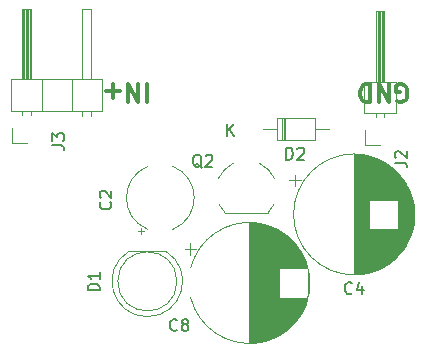
<source format=gbr>
%TF.GenerationSoftware,KiCad,Pcbnew,7.0.9*%
%TF.CreationDate,2023-11-29T13:30:04+01:00*%
%TF.ProjectId,Wzmacniacz r__nicowy do PW3015 ver.3,577a6d61-636e-4696-9163-7a2072f37c6e,rev?*%
%TF.SameCoordinates,Original*%
%TF.FileFunction,Legend,Top*%
%TF.FilePolarity,Positive*%
%FSLAX46Y46*%
G04 Gerber Fmt 4.6, Leading zero omitted, Abs format (unit mm)*
G04 Created by KiCad (PCBNEW 7.0.9) date 2023-11-29 13:30:04*
%MOMM*%
%LPD*%
G01*
G04 APERTURE LIST*
%ADD10C,0.300000*%
%ADD11C,0.150000*%
%ADD12C,0.120000*%
G04 APERTURE END LIST*
D10*
X176445489Y-90699171D02*
X176445489Y-92199171D01*
X175731203Y-90699171D02*
X175731203Y-92199171D01*
X175731203Y-92199171D02*
X174874060Y-90699171D01*
X174874060Y-90699171D02*
X174874060Y-92199171D01*
X174159774Y-91270600D02*
X173016917Y-91270600D01*
X173588345Y-90699171D02*
X173588345Y-91842028D01*
X197659774Y-92127742D02*
X197802632Y-92199171D01*
X197802632Y-92199171D02*
X198016917Y-92199171D01*
X198016917Y-92199171D02*
X198231203Y-92127742D01*
X198231203Y-92127742D02*
X198374060Y-91984885D01*
X198374060Y-91984885D02*
X198445489Y-91842028D01*
X198445489Y-91842028D02*
X198516917Y-91556314D01*
X198516917Y-91556314D02*
X198516917Y-91342028D01*
X198516917Y-91342028D02*
X198445489Y-91056314D01*
X198445489Y-91056314D02*
X198374060Y-90913457D01*
X198374060Y-90913457D02*
X198231203Y-90770600D01*
X198231203Y-90770600D02*
X198016917Y-90699171D01*
X198016917Y-90699171D02*
X197874060Y-90699171D01*
X197874060Y-90699171D02*
X197659774Y-90770600D01*
X197659774Y-90770600D02*
X197588346Y-90842028D01*
X197588346Y-90842028D02*
X197588346Y-91342028D01*
X197588346Y-91342028D02*
X197874060Y-91342028D01*
X196945489Y-90699171D02*
X196945489Y-92199171D01*
X196945489Y-92199171D02*
X196088346Y-90699171D01*
X196088346Y-90699171D02*
X196088346Y-92199171D01*
X195374060Y-90699171D02*
X195374060Y-92199171D01*
X195374060Y-92199171D02*
X195016917Y-92199171D01*
X195016917Y-92199171D02*
X194802631Y-92127742D01*
X194802631Y-92127742D02*
X194659774Y-91984885D01*
X194659774Y-91984885D02*
X194588345Y-91842028D01*
X194588345Y-91842028D02*
X194516917Y-91556314D01*
X194516917Y-91556314D02*
X194516917Y-91342028D01*
X194516917Y-91342028D02*
X194588345Y-91056314D01*
X194588345Y-91056314D02*
X194659774Y-90913457D01*
X194659774Y-90913457D02*
X194802631Y-90770600D01*
X194802631Y-90770600D02*
X195016917Y-90699171D01*
X195016917Y-90699171D02*
X195374060Y-90699171D01*
D11*
X188261905Y-97054819D02*
X188261905Y-96054819D01*
X188261905Y-96054819D02*
X188500000Y-96054819D01*
X188500000Y-96054819D02*
X188642857Y-96102438D01*
X188642857Y-96102438D02*
X188738095Y-96197676D01*
X188738095Y-96197676D02*
X188785714Y-96292914D01*
X188785714Y-96292914D02*
X188833333Y-96483390D01*
X188833333Y-96483390D02*
X188833333Y-96626247D01*
X188833333Y-96626247D02*
X188785714Y-96816723D01*
X188785714Y-96816723D02*
X188738095Y-96911961D01*
X188738095Y-96911961D02*
X188642857Y-97007200D01*
X188642857Y-97007200D02*
X188500000Y-97054819D01*
X188500000Y-97054819D02*
X188261905Y-97054819D01*
X189214286Y-96150057D02*
X189261905Y-96102438D01*
X189261905Y-96102438D02*
X189357143Y-96054819D01*
X189357143Y-96054819D02*
X189595238Y-96054819D01*
X189595238Y-96054819D02*
X189690476Y-96102438D01*
X189690476Y-96102438D02*
X189738095Y-96150057D01*
X189738095Y-96150057D02*
X189785714Y-96245295D01*
X189785714Y-96245295D02*
X189785714Y-96340533D01*
X189785714Y-96340533D02*
X189738095Y-96483390D01*
X189738095Y-96483390D02*
X189166667Y-97054819D01*
X189166667Y-97054819D02*
X189785714Y-97054819D01*
X183238095Y-95054819D02*
X183238095Y-94054819D01*
X183809523Y-95054819D02*
X183380952Y-94483390D01*
X183809523Y-94054819D02*
X183238095Y-94626247D01*
X197454819Y-97333333D02*
X198169104Y-97333333D01*
X198169104Y-97333333D02*
X198311961Y-97380952D01*
X198311961Y-97380952D02*
X198407200Y-97476190D01*
X198407200Y-97476190D02*
X198454819Y-97619047D01*
X198454819Y-97619047D02*
X198454819Y-97714285D01*
X197550057Y-96904761D02*
X197502438Y-96857142D01*
X197502438Y-96857142D02*
X197454819Y-96761904D01*
X197454819Y-96761904D02*
X197454819Y-96523809D01*
X197454819Y-96523809D02*
X197502438Y-96428571D01*
X197502438Y-96428571D02*
X197550057Y-96380952D01*
X197550057Y-96380952D02*
X197645295Y-96333333D01*
X197645295Y-96333333D02*
X197740533Y-96333333D01*
X197740533Y-96333333D02*
X197883390Y-96380952D01*
X197883390Y-96380952D02*
X198454819Y-96952380D01*
X198454819Y-96952380D02*
X198454819Y-96333333D01*
X179015656Y-111459580D02*
X178968037Y-111507200D01*
X178968037Y-111507200D02*
X178825180Y-111554819D01*
X178825180Y-111554819D02*
X178729942Y-111554819D01*
X178729942Y-111554819D02*
X178587085Y-111507200D01*
X178587085Y-111507200D02*
X178491847Y-111411961D01*
X178491847Y-111411961D02*
X178444228Y-111316723D01*
X178444228Y-111316723D02*
X178396609Y-111126247D01*
X178396609Y-111126247D02*
X178396609Y-110983390D01*
X178396609Y-110983390D02*
X178444228Y-110792914D01*
X178444228Y-110792914D02*
X178491847Y-110697676D01*
X178491847Y-110697676D02*
X178587085Y-110602438D01*
X178587085Y-110602438D02*
X178729942Y-110554819D01*
X178729942Y-110554819D02*
X178825180Y-110554819D01*
X178825180Y-110554819D02*
X178968037Y-110602438D01*
X178968037Y-110602438D02*
X179015656Y-110650057D01*
X179587085Y-110983390D02*
X179491847Y-110935771D01*
X179491847Y-110935771D02*
X179444228Y-110888152D01*
X179444228Y-110888152D02*
X179396609Y-110792914D01*
X179396609Y-110792914D02*
X179396609Y-110745295D01*
X179396609Y-110745295D02*
X179444228Y-110650057D01*
X179444228Y-110650057D02*
X179491847Y-110602438D01*
X179491847Y-110602438D02*
X179587085Y-110554819D01*
X179587085Y-110554819D02*
X179777561Y-110554819D01*
X179777561Y-110554819D02*
X179872799Y-110602438D01*
X179872799Y-110602438D02*
X179920418Y-110650057D01*
X179920418Y-110650057D02*
X179968037Y-110745295D01*
X179968037Y-110745295D02*
X179968037Y-110792914D01*
X179968037Y-110792914D02*
X179920418Y-110888152D01*
X179920418Y-110888152D02*
X179872799Y-110935771D01*
X179872799Y-110935771D02*
X179777561Y-110983390D01*
X179777561Y-110983390D02*
X179587085Y-110983390D01*
X179587085Y-110983390D02*
X179491847Y-111031009D01*
X179491847Y-111031009D02*
X179444228Y-111078628D01*
X179444228Y-111078628D02*
X179396609Y-111173866D01*
X179396609Y-111173866D02*
X179396609Y-111364342D01*
X179396609Y-111364342D02*
X179444228Y-111459580D01*
X179444228Y-111459580D02*
X179491847Y-111507200D01*
X179491847Y-111507200D02*
X179587085Y-111554819D01*
X179587085Y-111554819D02*
X179777561Y-111554819D01*
X179777561Y-111554819D02*
X179872799Y-111507200D01*
X179872799Y-111507200D02*
X179920418Y-111459580D01*
X179920418Y-111459580D02*
X179968037Y-111364342D01*
X179968037Y-111364342D02*
X179968037Y-111173866D01*
X179968037Y-111173866D02*
X179920418Y-111078628D01*
X179920418Y-111078628D02*
X179872799Y-111031009D01*
X179872799Y-111031009D02*
X179777561Y-110983390D01*
X193833333Y-108359580D02*
X193785714Y-108407200D01*
X193785714Y-108407200D02*
X193642857Y-108454819D01*
X193642857Y-108454819D02*
X193547619Y-108454819D01*
X193547619Y-108454819D02*
X193404762Y-108407200D01*
X193404762Y-108407200D02*
X193309524Y-108311961D01*
X193309524Y-108311961D02*
X193261905Y-108216723D01*
X193261905Y-108216723D02*
X193214286Y-108026247D01*
X193214286Y-108026247D02*
X193214286Y-107883390D01*
X193214286Y-107883390D02*
X193261905Y-107692914D01*
X193261905Y-107692914D02*
X193309524Y-107597676D01*
X193309524Y-107597676D02*
X193404762Y-107502438D01*
X193404762Y-107502438D02*
X193547619Y-107454819D01*
X193547619Y-107454819D02*
X193642857Y-107454819D01*
X193642857Y-107454819D02*
X193785714Y-107502438D01*
X193785714Y-107502438D02*
X193833333Y-107550057D01*
X194690476Y-107788152D02*
X194690476Y-108454819D01*
X194452381Y-107407200D02*
X194214286Y-108121485D01*
X194214286Y-108121485D02*
X194833333Y-108121485D01*
X181104761Y-97750057D02*
X181009523Y-97702438D01*
X181009523Y-97702438D02*
X180914285Y-97607200D01*
X180914285Y-97607200D02*
X180771428Y-97464342D01*
X180771428Y-97464342D02*
X180676190Y-97416723D01*
X180676190Y-97416723D02*
X180580952Y-97416723D01*
X180628571Y-97654819D02*
X180533333Y-97607200D01*
X180533333Y-97607200D02*
X180438095Y-97511961D01*
X180438095Y-97511961D02*
X180390476Y-97321485D01*
X180390476Y-97321485D02*
X180390476Y-96988152D01*
X180390476Y-96988152D02*
X180438095Y-96797676D01*
X180438095Y-96797676D02*
X180533333Y-96702438D01*
X180533333Y-96702438D02*
X180628571Y-96654819D01*
X180628571Y-96654819D02*
X180819047Y-96654819D01*
X180819047Y-96654819D02*
X180914285Y-96702438D01*
X180914285Y-96702438D02*
X181009523Y-96797676D01*
X181009523Y-96797676D02*
X181057142Y-96988152D01*
X181057142Y-96988152D02*
X181057142Y-97321485D01*
X181057142Y-97321485D02*
X181009523Y-97511961D01*
X181009523Y-97511961D02*
X180914285Y-97607200D01*
X180914285Y-97607200D02*
X180819047Y-97654819D01*
X180819047Y-97654819D02*
X180628571Y-97654819D01*
X181438095Y-96750057D02*
X181485714Y-96702438D01*
X181485714Y-96702438D02*
X181580952Y-96654819D01*
X181580952Y-96654819D02*
X181819047Y-96654819D01*
X181819047Y-96654819D02*
X181914285Y-96702438D01*
X181914285Y-96702438D02*
X181961904Y-96750057D01*
X181961904Y-96750057D02*
X182009523Y-96845295D01*
X182009523Y-96845295D02*
X182009523Y-96940533D01*
X182009523Y-96940533D02*
X181961904Y-97083390D01*
X181961904Y-97083390D02*
X181390476Y-97654819D01*
X181390476Y-97654819D02*
X182009523Y-97654819D01*
X172454819Y-108138094D02*
X171454819Y-108138094D01*
X171454819Y-108138094D02*
X171454819Y-107899999D01*
X171454819Y-107899999D02*
X171502438Y-107757142D01*
X171502438Y-107757142D02*
X171597676Y-107661904D01*
X171597676Y-107661904D02*
X171692914Y-107614285D01*
X171692914Y-107614285D02*
X171883390Y-107566666D01*
X171883390Y-107566666D02*
X172026247Y-107566666D01*
X172026247Y-107566666D02*
X172216723Y-107614285D01*
X172216723Y-107614285D02*
X172311961Y-107661904D01*
X172311961Y-107661904D02*
X172407200Y-107757142D01*
X172407200Y-107757142D02*
X172454819Y-107899999D01*
X172454819Y-107899999D02*
X172454819Y-108138094D01*
X172454819Y-106614285D02*
X172454819Y-107185713D01*
X172454819Y-106899999D02*
X171454819Y-106899999D01*
X171454819Y-106899999D02*
X171597676Y-106995237D01*
X171597676Y-106995237D02*
X171692914Y-107090475D01*
X171692914Y-107090475D02*
X171740533Y-107185713D01*
X168454819Y-95833333D02*
X169169104Y-95833333D01*
X169169104Y-95833333D02*
X169311961Y-95880952D01*
X169311961Y-95880952D02*
X169407200Y-95976190D01*
X169407200Y-95976190D02*
X169454819Y-96119047D01*
X169454819Y-96119047D02*
X169454819Y-96214285D01*
X168454819Y-95452380D02*
X168454819Y-94833333D01*
X168454819Y-94833333D02*
X168835771Y-95166666D01*
X168835771Y-95166666D02*
X168835771Y-95023809D01*
X168835771Y-95023809D02*
X168883390Y-94928571D01*
X168883390Y-94928571D02*
X168931009Y-94880952D01*
X168931009Y-94880952D02*
X169026247Y-94833333D01*
X169026247Y-94833333D02*
X169264342Y-94833333D01*
X169264342Y-94833333D02*
X169359580Y-94880952D01*
X169359580Y-94880952D02*
X169407200Y-94928571D01*
X169407200Y-94928571D02*
X169454819Y-95023809D01*
X169454819Y-95023809D02*
X169454819Y-95309523D01*
X169454819Y-95309523D02*
X169407200Y-95404761D01*
X169407200Y-95404761D02*
X169359580Y-95452380D01*
X173359580Y-100666666D02*
X173407200Y-100714285D01*
X173407200Y-100714285D02*
X173454819Y-100857142D01*
X173454819Y-100857142D02*
X173454819Y-100952380D01*
X173454819Y-100952380D02*
X173407200Y-101095237D01*
X173407200Y-101095237D02*
X173311961Y-101190475D01*
X173311961Y-101190475D02*
X173216723Y-101238094D01*
X173216723Y-101238094D02*
X173026247Y-101285713D01*
X173026247Y-101285713D02*
X172883390Y-101285713D01*
X172883390Y-101285713D02*
X172692914Y-101238094D01*
X172692914Y-101238094D02*
X172597676Y-101190475D01*
X172597676Y-101190475D02*
X172502438Y-101095237D01*
X172502438Y-101095237D02*
X172454819Y-100952380D01*
X172454819Y-100952380D02*
X172454819Y-100857142D01*
X172454819Y-100857142D02*
X172502438Y-100714285D01*
X172502438Y-100714285D02*
X172550057Y-100666666D01*
X172550057Y-100285713D02*
X172502438Y-100238094D01*
X172502438Y-100238094D02*
X172454819Y-100142856D01*
X172454819Y-100142856D02*
X172454819Y-99904761D01*
X172454819Y-99904761D02*
X172502438Y-99809523D01*
X172502438Y-99809523D02*
X172550057Y-99761904D01*
X172550057Y-99761904D02*
X172645295Y-99714285D01*
X172645295Y-99714285D02*
X172740533Y-99714285D01*
X172740533Y-99714285D02*
X172883390Y-99761904D01*
X172883390Y-99761904D02*
X173454819Y-100333332D01*
X173454819Y-100333332D02*
X173454819Y-99714285D01*
D12*
%TO.C,D2*%
X186275000Y-94500000D02*
X187455000Y-94500000D01*
X187455000Y-93580000D02*
X187455000Y-95420000D01*
X187455000Y-95420000D02*
X190735000Y-95420000D01*
X187911000Y-93580000D02*
X187911000Y-95420000D01*
X188031000Y-93580000D02*
X188031000Y-95420000D01*
X188151000Y-93580000D02*
X188151000Y-95420000D01*
X190735000Y-93580000D02*
X187455000Y-93580000D01*
X190735000Y-95420000D02*
X190735000Y-93580000D01*
X191915000Y-94500000D02*
X190735000Y-94500000D01*
%TO.C,J2*%
X194930000Y-95845000D02*
X194930000Y-94575000D01*
X196200000Y-95845000D02*
X194930000Y-95845000D01*
X195820000Y-93465000D02*
X195820000Y-93135000D01*
X196580000Y-93465000D02*
X196580000Y-93135000D01*
X194870000Y-93135000D02*
X197530000Y-93135000D01*
X197530000Y-93135000D02*
X197530000Y-90475000D01*
X194870000Y-90475000D02*
X194870000Y-93135000D01*
X195820000Y-90475000D02*
X195820000Y-84475000D01*
X195880000Y-90475000D02*
X195880000Y-84475000D01*
X196000000Y-90475000D02*
X196000000Y-84475000D01*
X196120000Y-90475000D02*
X196120000Y-84475000D01*
X196240000Y-90475000D02*
X196240000Y-84475000D01*
X196360000Y-90475000D02*
X196360000Y-84475000D01*
X196480000Y-90475000D02*
X196480000Y-84475000D01*
X197530000Y-90475000D02*
X194870000Y-90475000D01*
X195820000Y-84475000D02*
X196580000Y-84475000D01*
X196580000Y-84475000D02*
X196580000Y-90475000D01*
%TO.C,C8*%
X179652677Y-104625000D02*
X180652677Y-104625000D01*
X180152677Y-104125000D02*
X180152677Y-105125000D01*
X185132323Y-102420000D02*
X185132323Y-112580000D01*
X185172323Y-102420000D02*
X185172323Y-112580000D01*
X185212323Y-102420000D02*
X185212323Y-112580000D01*
X185252323Y-102421000D02*
X185252323Y-112579000D01*
X185292323Y-102422000D02*
X185292323Y-112578000D01*
X185332323Y-102423000D02*
X185332323Y-112577000D01*
X185372323Y-102425000D02*
X185372323Y-112575000D01*
X185412323Y-102427000D02*
X185412323Y-112573000D01*
X185452323Y-102430000D02*
X185452323Y-112570000D01*
X185492323Y-102432000D02*
X185492323Y-112568000D01*
X185532323Y-102435000D02*
X185532323Y-112565000D01*
X185572323Y-102438000D02*
X185572323Y-112562000D01*
X185612323Y-102442000D02*
X185612323Y-112558000D01*
X185652323Y-102446000D02*
X185652323Y-112554000D01*
X185692323Y-102450000D02*
X185692323Y-112550000D01*
X185732323Y-102455000D02*
X185732323Y-112545000D01*
X185772323Y-102460000D02*
X185772323Y-112540000D01*
X185812323Y-102465000D02*
X185812323Y-112535000D01*
X185853323Y-102470000D02*
X185853323Y-112530000D01*
X185893323Y-102476000D02*
X185893323Y-112524000D01*
X185933323Y-102482000D02*
X185933323Y-112518000D01*
X185973323Y-102489000D02*
X185973323Y-112511000D01*
X186013323Y-102496000D02*
X186013323Y-112504000D01*
X186053323Y-102503000D02*
X186053323Y-112497000D01*
X186093323Y-102510000D02*
X186093323Y-112490000D01*
X186133323Y-102518000D02*
X186133323Y-112482000D01*
X186173323Y-102526000D02*
X186173323Y-112474000D01*
X186213323Y-102535000D02*
X186213323Y-112465000D01*
X186253323Y-102544000D02*
X186253323Y-112456000D01*
X186293323Y-102553000D02*
X186293323Y-112447000D01*
X186333323Y-102562000D02*
X186333323Y-112438000D01*
X186373323Y-102572000D02*
X186373323Y-112428000D01*
X186413323Y-102582000D02*
X186413323Y-112418000D01*
X186453323Y-102593000D02*
X186453323Y-112407000D01*
X186493323Y-102603000D02*
X186493323Y-112397000D01*
X186533323Y-102615000D02*
X186533323Y-112385000D01*
X186573323Y-102626000D02*
X186573323Y-112374000D01*
X186613323Y-102638000D02*
X186613323Y-112362000D01*
X186653323Y-102650000D02*
X186653323Y-112350000D01*
X186693323Y-102663000D02*
X186693323Y-112337000D01*
X186733323Y-102676000D02*
X186733323Y-112324000D01*
X186773323Y-102689000D02*
X186773323Y-112311000D01*
X186813323Y-102703000D02*
X186813323Y-112297000D01*
X186853323Y-102717000D02*
X186853323Y-112283000D01*
X186893323Y-102732000D02*
X186893323Y-112268000D01*
X186933323Y-102746000D02*
X186933323Y-112254000D01*
X186973323Y-102762000D02*
X186973323Y-112238000D01*
X187013323Y-102777000D02*
X187013323Y-112223000D01*
X187053323Y-102793000D02*
X187053323Y-112207000D01*
X187093323Y-102810000D02*
X187093323Y-112190000D01*
X187133323Y-102826000D02*
X187133323Y-112174000D01*
X187173323Y-102843000D02*
X187173323Y-112157000D01*
X187213323Y-102861000D02*
X187213323Y-112139000D01*
X187253323Y-102879000D02*
X187253323Y-112121000D01*
X187293323Y-102897000D02*
X187293323Y-112103000D01*
X187333323Y-102916000D02*
X187333323Y-112084000D01*
X187373323Y-102936000D02*
X187373323Y-112064000D01*
X187413323Y-102955000D02*
X187413323Y-112045000D01*
X187453323Y-102975000D02*
X187453323Y-112025000D01*
X187493323Y-102996000D02*
X187493323Y-112004000D01*
X187533323Y-103017000D02*
X187533323Y-111983000D01*
X187573323Y-103038000D02*
X187573323Y-111962000D01*
X187613323Y-103060000D02*
X187613323Y-111940000D01*
X187653323Y-103083000D02*
X187653323Y-106259000D01*
X187653323Y-108741000D02*
X187653323Y-111917000D01*
X187693323Y-103105000D02*
X187693323Y-106259000D01*
X187693323Y-108741000D02*
X187693323Y-111895000D01*
X187733323Y-103129000D02*
X187733323Y-106259000D01*
X187733323Y-108741000D02*
X187733323Y-111871000D01*
X187773323Y-103153000D02*
X187773323Y-106259000D01*
X187773323Y-108741000D02*
X187773323Y-111847000D01*
X187813323Y-103177000D02*
X187813323Y-106259000D01*
X187813323Y-108741000D02*
X187813323Y-111823000D01*
X187853323Y-103202000D02*
X187853323Y-106259000D01*
X187853323Y-108741000D02*
X187853323Y-111798000D01*
X187893323Y-103227000D02*
X187893323Y-106259000D01*
X187893323Y-108741000D02*
X187893323Y-111773000D01*
X187933323Y-103253000D02*
X187933323Y-106259000D01*
X187933323Y-108741000D02*
X187933323Y-111747000D01*
X187973323Y-103279000D02*
X187973323Y-106259000D01*
X187973323Y-108741000D02*
X187973323Y-111721000D01*
X188013323Y-103306000D02*
X188013323Y-106259000D01*
X188013323Y-108741000D02*
X188013323Y-111694000D01*
X188053323Y-103334000D02*
X188053323Y-106259000D01*
X188053323Y-108741000D02*
X188053323Y-111666000D01*
X188093323Y-103362000D02*
X188093323Y-106259000D01*
X188093323Y-108741000D02*
X188093323Y-111638000D01*
X188133323Y-103390000D02*
X188133323Y-106259000D01*
X188133323Y-108741000D02*
X188133323Y-111610000D01*
X188173323Y-103420000D02*
X188173323Y-106259000D01*
X188173323Y-108741000D02*
X188173323Y-111580000D01*
X188213323Y-103450000D02*
X188213323Y-106259000D01*
X188213323Y-108741000D02*
X188213323Y-111550000D01*
X188253323Y-103480000D02*
X188253323Y-106259000D01*
X188253323Y-108741000D02*
X188253323Y-111520000D01*
X188293323Y-103511000D02*
X188293323Y-106259000D01*
X188293323Y-108741000D02*
X188293323Y-111489000D01*
X188333323Y-103543000D02*
X188333323Y-106259000D01*
X188333323Y-108741000D02*
X188333323Y-111457000D01*
X188373323Y-103575000D02*
X188373323Y-106259000D01*
X188373323Y-108741000D02*
X188373323Y-111425000D01*
X188413323Y-103608000D02*
X188413323Y-106259000D01*
X188413323Y-108741000D02*
X188413323Y-111392000D01*
X188453323Y-103642000D02*
X188453323Y-106259000D01*
X188453323Y-108741000D02*
X188453323Y-111358000D01*
X188493323Y-103676000D02*
X188493323Y-106259000D01*
X188493323Y-108741000D02*
X188493323Y-111324000D01*
X188533323Y-103711000D02*
X188533323Y-106259000D01*
X188533323Y-108741000D02*
X188533323Y-111289000D01*
X188573323Y-103747000D02*
X188573323Y-106259000D01*
X188573323Y-108741000D02*
X188573323Y-111253000D01*
X188613323Y-103784000D02*
X188613323Y-106259000D01*
X188613323Y-108741000D02*
X188613323Y-111216000D01*
X188653323Y-103821000D02*
X188653323Y-106259000D01*
X188653323Y-108741000D02*
X188653323Y-111179000D01*
X188693323Y-103860000D02*
X188693323Y-106259000D01*
X188693323Y-108741000D02*
X188693323Y-111140000D01*
X188733323Y-103899000D02*
X188733323Y-106259000D01*
X188733323Y-108741000D02*
X188733323Y-111101000D01*
X188773323Y-103939000D02*
X188773323Y-106259000D01*
X188773323Y-108741000D02*
X188773323Y-111061000D01*
X188813323Y-103980000D02*
X188813323Y-106259000D01*
X188813323Y-108741000D02*
X188813323Y-111020000D01*
X188853323Y-104022000D02*
X188853323Y-106259000D01*
X188853323Y-108741000D02*
X188853323Y-110978000D01*
X188893323Y-104064000D02*
X188893323Y-106259000D01*
X188893323Y-108741000D02*
X188893323Y-110936000D01*
X188933323Y-104108000D02*
X188933323Y-106259000D01*
X188933323Y-108741000D02*
X188933323Y-110892000D01*
X188973323Y-104153000D02*
X188973323Y-106259000D01*
X188973323Y-108741000D02*
X188973323Y-110847000D01*
X189013323Y-104199000D02*
X189013323Y-106259000D01*
X189013323Y-108741000D02*
X189013323Y-110801000D01*
X189053323Y-104246000D02*
X189053323Y-106259000D01*
X189053323Y-108741000D02*
X189053323Y-110754000D01*
X189093323Y-104294000D02*
X189093323Y-106259000D01*
X189093323Y-108741000D02*
X189093323Y-110706000D01*
X189133323Y-104344000D02*
X189133323Y-106259000D01*
X189133323Y-108741000D02*
X189133323Y-110656000D01*
X189173323Y-104394000D02*
X189173323Y-106259000D01*
X189173323Y-108741000D02*
X189173323Y-110606000D01*
X189213323Y-104446000D02*
X189213323Y-106259000D01*
X189213323Y-108741000D02*
X189213323Y-110554000D01*
X189253323Y-104500000D02*
X189253323Y-106259000D01*
X189253323Y-108741000D02*
X189253323Y-110500000D01*
X189293323Y-104555000D02*
X189293323Y-106259000D01*
X189293323Y-108741000D02*
X189293323Y-110445000D01*
X189333323Y-104611000D02*
X189333323Y-106259000D01*
X189333323Y-108741000D02*
X189333323Y-110389000D01*
X189373323Y-104670000D02*
X189373323Y-106259000D01*
X189373323Y-108741000D02*
X189373323Y-110330000D01*
X189413323Y-104730000D02*
X189413323Y-106259000D01*
X189413323Y-108741000D02*
X189413323Y-110270000D01*
X189453323Y-104791000D02*
X189453323Y-106259000D01*
X189453323Y-108741000D02*
X189453323Y-110209000D01*
X189493323Y-104855000D02*
X189493323Y-106259000D01*
X189493323Y-108741000D02*
X189493323Y-110145000D01*
X189533323Y-104921000D02*
X189533323Y-106259000D01*
X189533323Y-108741000D02*
X189533323Y-110079000D01*
X189573323Y-104990000D02*
X189573323Y-106259000D01*
X189573323Y-108741000D02*
X189573323Y-110010000D01*
X189613323Y-105061000D02*
X189613323Y-106259000D01*
X189613323Y-108741000D02*
X189613323Y-109939000D01*
X189653323Y-105135000D02*
X189653323Y-106259000D01*
X189653323Y-108741000D02*
X189653323Y-109865000D01*
X189693323Y-105211000D02*
X189693323Y-106259000D01*
X189693323Y-108741000D02*
X189693323Y-109789000D01*
X189733323Y-105291000D02*
X189733323Y-106259000D01*
X189733323Y-108741000D02*
X189733323Y-109709000D01*
X189773323Y-105375000D02*
X189773323Y-106259000D01*
X189773323Y-108741000D02*
X189773323Y-109625000D01*
X189813323Y-105463000D02*
X189813323Y-106259000D01*
X189813323Y-108741000D02*
X189813323Y-109537000D01*
X189853323Y-105556000D02*
X189853323Y-106259000D01*
X189853323Y-108741000D02*
X189853323Y-109444000D01*
X189893323Y-105654000D02*
X189893323Y-106259000D01*
X189893323Y-108741000D02*
X189893323Y-109346000D01*
X189933323Y-105758000D02*
X189933323Y-106259000D01*
X189933323Y-108741000D02*
X189933323Y-109242000D01*
X189973323Y-105870000D02*
X189973323Y-106259000D01*
X189973323Y-108741000D02*
X189973323Y-109130000D01*
X190013323Y-105990000D02*
X190013323Y-106259000D01*
X190013323Y-108741000D02*
X190013323Y-109010000D01*
X190053323Y-106122000D02*
X190053323Y-106259000D01*
X190053323Y-108741000D02*
X190053323Y-108878000D01*
X190133323Y-106438000D02*
X190133323Y-108562000D01*
X190173323Y-106638000D02*
X190173323Y-108362000D01*
X190213323Y-106901000D02*
X190213323Y-108099000D01*
X180169783Y-108760000D02*
G75*
G03*
X180169783Y-106240000I4962540J1260000D01*
G01*
%TO.C,C4*%
X188520354Y-98825000D02*
X189520354Y-98825000D01*
X189020354Y-98325000D02*
X189020354Y-99325000D01*
X194000000Y-96620000D02*
X194000000Y-106780000D01*
X194040000Y-96620000D02*
X194040000Y-106780000D01*
X194080000Y-96620000D02*
X194080000Y-106780000D01*
X194120000Y-96621000D02*
X194120000Y-106779000D01*
X194160000Y-96622000D02*
X194160000Y-106778000D01*
X194200000Y-96623000D02*
X194200000Y-106777000D01*
X194240000Y-96625000D02*
X194240000Y-106775000D01*
X194280000Y-96627000D02*
X194280000Y-106773000D01*
X194320000Y-96630000D02*
X194320000Y-106770000D01*
X194360000Y-96632000D02*
X194360000Y-106768000D01*
X194400000Y-96635000D02*
X194400000Y-106765000D01*
X194440000Y-96638000D02*
X194440000Y-106762000D01*
X194480000Y-96642000D02*
X194480000Y-106758000D01*
X194520000Y-96646000D02*
X194520000Y-106754000D01*
X194560000Y-96650000D02*
X194560000Y-106750000D01*
X194600000Y-96655000D02*
X194600000Y-106745000D01*
X194640000Y-96660000D02*
X194640000Y-106740000D01*
X194680000Y-96665000D02*
X194680000Y-106735000D01*
X194721000Y-96670000D02*
X194721000Y-106730000D01*
X194761000Y-96676000D02*
X194761000Y-106724000D01*
X194801000Y-96682000D02*
X194801000Y-106718000D01*
X194841000Y-96689000D02*
X194841000Y-106711000D01*
X194881000Y-96696000D02*
X194881000Y-106704000D01*
X194921000Y-96703000D02*
X194921000Y-106697000D01*
X194961000Y-96710000D02*
X194961000Y-106690000D01*
X195001000Y-96718000D02*
X195001000Y-106682000D01*
X195041000Y-96726000D02*
X195041000Y-106674000D01*
X195081000Y-96735000D02*
X195081000Y-106665000D01*
X195121000Y-96744000D02*
X195121000Y-106656000D01*
X195161000Y-96753000D02*
X195161000Y-106647000D01*
X195201000Y-96762000D02*
X195201000Y-106638000D01*
X195241000Y-96772000D02*
X195241000Y-106628000D01*
X195281000Y-96782000D02*
X195281000Y-100459000D01*
X195281000Y-102941000D02*
X195281000Y-106618000D01*
X195321000Y-96793000D02*
X195321000Y-100459000D01*
X195321000Y-102941000D02*
X195321000Y-106607000D01*
X195361000Y-96803000D02*
X195361000Y-100459000D01*
X195361000Y-102941000D02*
X195361000Y-106597000D01*
X195401000Y-96815000D02*
X195401000Y-100459000D01*
X195401000Y-102941000D02*
X195401000Y-106585000D01*
X195441000Y-96826000D02*
X195441000Y-100459000D01*
X195441000Y-102941000D02*
X195441000Y-106574000D01*
X195481000Y-96838000D02*
X195481000Y-100459000D01*
X195481000Y-102941000D02*
X195481000Y-106562000D01*
X195521000Y-96850000D02*
X195521000Y-100459000D01*
X195521000Y-102941000D02*
X195521000Y-106550000D01*
X195561000Y-96863000D02*
X195561000Y-100459000D01*
X195561000Y-102941000D02*
X195561000Y-106537000D01*
X195601000Y-96876000D02*
X195601000Y-100459000D01*
X195601000Y-102941000D02*
X195601000Y-106524000D01*
X195641000Y-96889000D02*
X195641000Y-100459000D01*
X195641000Y-102941000D02*
X195641000Y-106511000D01*
X195681000Y-96903000D02*
X195681000Y-100459000D01*
X195681000Y-102941000D02*
X195681000Y-106497000D01*
X195721000Y-96917000D02*
X195721000Y-100459000D01*
X195721000Y-102941000D02*
X195721000Y-106483000D01*
X195761000Y-96932000D02*
X195761000Y-100459000D01*
X195761000Y-102941000D02*
X195761000Y-106468000D01*
X195801000Y-96946000D02*
X195801000Y-100459000D01*
X195801000Y-102941000D02*
X195801000Y-106454000D01*
X195841000Y-96962000D02*
X195841000Y-100459000D01*
X195841000Y-102941000D02*
X195841000Y-106438000D01*
X195881000Y-96977000D02*
X195881000Y-100459000D01*
X195881000Y-102941000D02*
X195881000Y-106423000D01*
X195921000Y-96993000D02*
X195921000Y-100459000D01*
X195921000Y-102941000D02*
X195921000Y-106407000D01*
X195961000Y-97010000D02*
X195961000Y-100459000D01*
X195961000Y-102941000D02*
X195961000Y-106390000D01*
X196001000Y-97026000D02*
X196001000Y-100459000D01*
X196001000Y-102941000D02*
X196001000Y-106374000D01*
X196041000Y-97043000D02*
X196041000Y-100459000D01*
X196041000Y-102941000D02*
X196041000Y-106357000D01*
X196081000Y-97061000D02*
X196081000Y-100459000D01*
X196081000Y-102941000D02*
X196081000Y-106339000D01*
X196121000Y-97079000D02*
X196121000Y-100459000D01*
X196121000Y-102941000D02*
X196121000Y-106321000D01*
X196161000Y-97097000D02*
X196161000Y-100459000D01*
X196161000Y-102941000D02*
X196161000Y-106303000D01*
X196201000Y-97116000D02*
X196201000Y-100459000D01*
X196201000Y-102941000D02*
X196201000Y-106284000D01*
X196241000Y-97136000D02*
X196241000Y-100459000D01*
X196241000Y-102941000D02*
X196241000Y-106264000D01*
X196281000Y-97155000D02*
X196281000Y-100459000D01*
X196281000Y-102941000D02*
X196281000Y-106245000D01*
X196321000Y-97175000D02*
X196321000Y-100459000D01*
X196321000Y-102941000D02*
X196321000Y-106225000D01*
X196361000Y-97196000D02*
X196361000Y-100459000D01*
X196361000Y-102941000D02*
X196361000Y-106204000D01*
X196401000Y-97217000D02*
X196401000Y-100459000D01*
X196401000Y-102941000D02*
X196401000Y-106183000D01*
X196441000Y-97238000D02*
X196441000Y-100459000D01*
X196441000Y-102941000D02*
X196441000Y-106162000D01*
X196481000Y-97260000D02*
X196481000Y-100459000D01*
X196481000Y-102941000D02*
X196481000Y-106140000D01*
X196521000Y-97283000D02*
X196521000Y-100459000D01*
X196521000Y-102941000D02*
X196521000Y-106117000D01*
X196561000Y-97305000D02*
X196561000Y-100459000D01*
X196561000Y-102941000D02*
X196561000Y-106095000D01*
X196601000Y-97329000D02*
X196601000Y-100459000D01*
X196601000Y-102941000D02*
X196601000Y-106071000D01*
X196641000Y-97353000D02*
X196641000Y-100459000D01*
X196641000Y-102941000D02*
X196641000Y-106047000D01*
X196681000Y-97377000D02*
X196681000Y-100459000D01*
X196681000Y-102941000D02*
X196681000Y-106023000D01*
X196721000Y-97402000D02*
X196721000Y-100459000D01*
X196721000Y-102941000D02*
X196721000Y-105998000D01*
X196761000Y-97427000D02*
X196761000Y-100459000D01*
X196761000Y-102941000D02*
X196761000Y-105973000D01*
X196801000Y-97453000D02*
X196801000Y-100459000D01*
X196801000Y-102941000D02*
X196801000Y-105947000D01*
X196841000Y-97479000D02*
X196841000Y-100459000D01*
X196841000Y-102941000D02*
X196841000Y-105921000D01*
X196881000Y-97506000D02*
X196881000Y-100459000D01*
X196881000Y-102941000D02*
X196881000Y-105894000D01*
X196921000Y-97534000D02*
X196921000Y-100459000D01*
X196921000Y-102941000D02*
X196921000Y-105866000D01*
X196961000Y-97562000D02*
X196961000Y-100459000D01*
X196961000Y-102941000D02*
X196961000Y-105838000D01*
X197001000Y-97590000D02*
X197001000Y-100459000D01*
X197001000Y-102941000D02*
X197001000Y-105810000D01*
X197041000Y-97620000D02*
X197041000Y-100459000D01*
X197041000Y-102941000D02*
X197041000Y-105780000D01*
X197081000Y-97650000D02*
X197081000Y-100459000D01*
X197081000Y-102941000D02*
X197081000Y-105750000D01*
X197121000Y-97680000D02*
X197121000Y-100459000D01*
X197121000Y-102941000D02*
X197121000Y-105720000D01*
X197161000Y-97711000D02*
X197161000Y-100459000D01*
X197161000Y-102941000D02*
X197161000Y-105689000D01*
X197201000Y-97743000D02*
X197201000Y-100459000D01*
X197201000Y-102941000D02*
X197201000Y-105657000D01*
X197241000Y-97775000D02*
X197241000Y-100459000D01*
X197241000Y-102941000D02*
X197241000Y-105625000D01*
X197281000Y-97808000D02*
X197281000Y-100459000D01*
X197281000Y-102941000D02*
X197281000Y-105592000D01*
X197321000Y-97842000D02*
X197321000Y-100459000D01*
X197321000Y-102941000D02*
X197321000Y-105558000D01*
X197361000Y-97876000D02*
X197361000Y-100459000D01*
X197361000Y-102941000D02*
X197361000Y-105524000D01*
X197401000Y-97911000D02*
X197401000Y-100459000D01*
X197401000Y-102941000D02*
X197401000Y-105489000D01*
X197441000Y-97947000D02*
X197441000Y-100459000D01*
X197441000Y-102941000D02*
X197441000Y-105453000D01*
X197481000Y-97984000D02*
X197481000Y-100459000D01*
X197481000Y-102941000D02*
X197481000Y-105416000D01*
X197521000Y-98021000D02*
X197521000Y-100459000D01*
X197521000Y-102941000D02*
X197521000Y-105379000D01*
X197561000Y-98060000D02*
X197561000Y-100459000D01*
X197561000Y-102941000D02*
X197561000Y-105340000D01*
X197601000Y-98099000D02*
X197601000Y-100459000D01*
X197601000Y-102941000D02*
X197601000Y-105301000D01*
X197641000Y-98139000D02*
X197641000Y-100459000D01*
X197641000Y-102941000D02*
X197641000Y-105261000D01*
X197681000Y-98180000D02*
X197681000Y-100459000D01*
X197681000Y-102941000D02*
X197681000Y-105220000D01*
X197721000Y-98222000D02*
X197721000Y-100459000D01*
X197721000Y-102941000D02*
X197721000Y-105178000D01*
X197761000Y-98264000D02*
X197761000Y-105136000D01*
X197801000Y-98308000D02*
X197801000Y-105092000D01*
X197841000Y-98353000D02*
X197841000Y-105047000D01*
X197881000Y-98399000D02*
X197881000Y-105001000D01*
X197921000Y-98446000D02*
X197921000Y-104954000D01*
X197961000Y-98494000D02*
X197961000Y-104906000D01*
X198001000Y-98544000D02*
X198001000Y-104856000D01*
X198041000Y-98594000D02*
X198041000Y-104806000D01*
X198081000Y-98646000D02*
X198081000Y-104754000D01*
X198121000Y-98700000D02*
X198121000Y-104700000D01*
X198161000Y-98755000D02*
X198161000Y-104645000D01*
X198201000Y-98811000D02*
X198201000Y-104589000D01*
X198241000Y-98870000D02*
X198241000Y-104530000D01*
X198281000Y-98930000D02*
X198281000Y-104470000D01*
X198321000Y-98991000D02*
X198321000Y-104409000D01*
X198361000Y-99055000D02*
X198361000Y-104345000D01*
X198401000Y-99121000D02*
X198401000Y-104279000D01*
X198441000Y-99190000D02*
X198441000Y-104210000D01*
X198481000Y-99261000D02*
X198481000Y-104139000D01*
X198521000Y-99335000D02*
X198521000Y-104065000D01*
X198561000Y-99411000D02*
X198561000Y-103989000D01*
X198601000Y-99491000D02*
X198601000Y-103909000D01*
X198641000Y-99575000D02*
X198641000Y-103825000D01*
X198681000Y-99663000D02*
X198681000Y-103737000D01*
X198721000Y-99756000D02*
X198721000Y-103644000D01*
X198761000Y-99854000D02*
X198761000Y-103546000D01*
X198801000Y-99958000D02*
X198801000Y-103442000D01*
X198841000Y-100070000D02*
X198841000Y-103330000D01*
X198881000Y-100190000D02*
X198881000Y-103210000D01*
X198921000Y-100322000D02*
X198921000Y-103078000D01*
X198961000Y-100470000D02*
X198961000Y-102930000D01*
X199001000Y-100638000D02*
X199001000Y-102762000D01*
X199041000Y-100838000D02*
X199041000Y-102562000D01*
X199081000Y-101101000D02*
X199081000Y-102299000D01*
X199120000Y-101700000D02*
G75*
G03*
X199120000Y-101700000I-5120000J0D01*
G01*
%TO.C,Q2*%
X183100000Y-101590000D02*
X186700000Y-101590000D01*
X183760000Y-97390001D02*
G75*
G03*
X182532802Y-98636158I1140000J-2349999D01*
G01*
X182575817Y-100862795D02*
G75*
G03*
X183100001Y-101589999I2324183J1122795D01*
G01*
X187255457Y-98641629D02*
G75*
G03*
X186010000Y-97390000I-2355457J-1098371D01*
G01*
X186699999Y-101589999D02*
G75*
G03*
X187224183Y-100862795I-1799999J1849999D01*
G01*
%TO.C,D1*%
X178045000Y-104810000D02*
X174955000Y-104810000D01*
X176499538Y-110359999D02*
G75*
G03*
X178044830Y-104810001I462J2989999D01*
G01*
X174955170Y-104810000D02*
G75*
G03*
X176500462Y-110360000I1544830J-2560000D01*
G01*
X179000000Y-107370000D02*
G75*
G03*
X179000000Y-107370000I-2500000J0D01*
G01*
%TO.C,J3*%
X165005000Y-95645000D02*
X165005000Y-94375000D01*
X166275000Y-95645000D02*
X165005000Y-95645000D01*
X170975000Y-93332071D02*
X170975000Y-92935000D01*
X171735000Y-93332071D02*
X171735000Y-92935000D01*
X165895000Y-93265000D02*
X165895000Y-92935000D01*
X166655000Y-93265000D02*
X166655000Y-92935000D01*
X164945000Y-92935000D02*
X172685000Y-92935000D01*
X167545000Y-92935000D02*
X167545000Y-90275000D01*
X170085000Y-92935000D02*
X170085000Y-90275000D01*
X172685000Y-92935000D02*
X172685000Y-90275000D01*
X164945000Y-90275000D02*
X164945000Y-92935000D01*
X165895000Y-90275000D02*
X165895000Y-84275000D01*
X165955000Y-90275000D02*
X165955000Y-84275000D01*
X166075000Y-90275000D02*
X166075000Y-84275000D01*
X166195000Y-90275000D02*
X166195000Y-84275000D01*
X166315000Y-90275000D02*
X166315000Y-84275000D01*
X166435000Y-90275000D02*
X166435000Y-84275000D01*
X166555000Y-90275000D02*
X166555000Y-84275000D01*
X170975000Y-90275000D02*
X170975000Y-84275000D01*
X172685000Y-90275000D02*
X164945000Y-90275000D01*
X165895000Y-84275000D02*
X166655000Y-84275000D01*
X166655000Y-84275000D02*
X166655000Y-90275000D01*
X170975000Y-84275000D02*
X171735000Y-84275000D01*
X171735000Y-84275000D02*
X171735000Y-90275000D01*
%TO.C,C2*%
X175985000Y-103372262D02*
X175985000Y-102822262D01*
X175710000Y-103097262D02*
X176260000Y-103097262D01*
X176540000Y-97632924D02*
G75*
G03*
X176540000Y-102967076I1060000J-2667076D01*
G01*
X178660000Y-102967076D02*
G75*
G03*
X178660000Y-97632924I-1060000J2667076D01*
G01*
%TD*%
M02*

</source>
